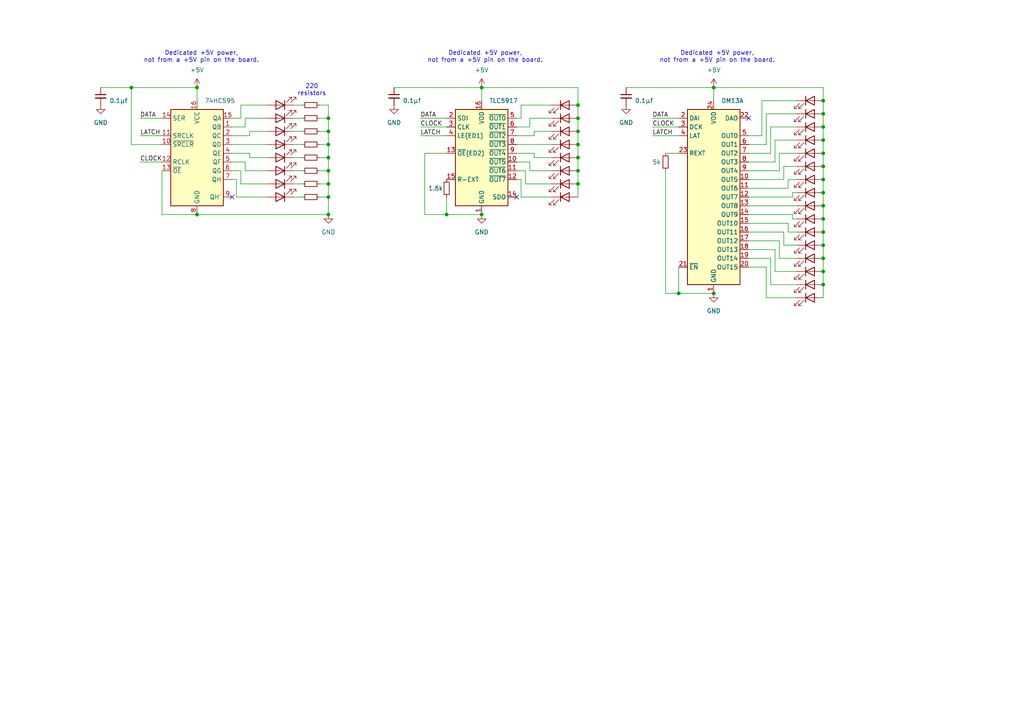
<source format=kicad_sch>
(kicad_sch (version 20231120) (generator "eeschema") (generator_version "8.0")
  (paper "A4")
  (lib_symbols
    (symbol "74xx:74HC595"
      (property "Reference" "U" (at -7.62 13.97 0))
      (property "Value" "74HC595" (at -7.62 -16.51 0))
      (symbol "74HC595_1_0"
        (pin tri_state line (at 10.16 7.62 180) (length 2.54) (name "QB") (number "1"))
        (pin input line (at -10.16 2.54 0) (length 2.54) (name "~{SRCLR}") (number "10"))
        (pin input line (at -10.16 5.08 0) (length 2.54) (name "SRCLK") (number "11"))
        (pin input line (at -10.16 -2.54 0) (length 2.54) (name "RCLK") (number "12"))
        (pin input line (at -10.16 -5.08 0) (length 2.54) (name "~{OE}") (number "13"))
        (pin input line (at -10.16 10.16 0) (length 2.54) (name "SER") (number "14"))
        (pin tri_state line (at 10.16 10.16 180) (length 2.54) (name "QA") (number "15"))
        (pin power_in line (at 0 15.24 270) (length 2.54) (name "VCC") (number "16"))
        (pin tri_state line (at 10.16 5.08 180) (length 2.54) (name "QC") (number "2"))
        (pin tri_state line (at 10.16 2.54 180) (length 2.54) (name "QD") (number "3"))
        (pin tri_state line (at 10.16 0 180) (length 2.54) (name "QE") (number "4"))
        (pin tri_state line (at 10.16 -2.54 180) (length 2.54) (name "QF") (number "5"))
        (pin tri_state line (at 10.16 -5.08 180) (length 2.54) (name "QG") (number "6"))
        (pin tri_state line (at 10.16 -7.62 180) (length 2.54) (name "QH") (number "7"))
        (pin power_in line (at 0 -17.78 90) (length 2.54) (name "GND") (number "8"))
        (pin output line (at 10.16 -12.7 180) (length 2.54) (name "QH'") (number "9"))
      )
      (symbol "74HC595_1_1"
        (rectangle (start -7.62 12.7) (end 7.62 -15.24) (stroke (width 0.254)) (fill (type background)))
      )
    )
    (symbol "Device:C_Small" (pin_numbers hide) (pin_names (offset 0.254) hide)
      (property "Reference" "C" (at 0.254 1.778 0))
      (property "Value" "C_Small" (at 0.254 -2.032 0))
      (symbol "C_Small_0_1"
        (polyline (pts (xy -1.524 -0.508) (xy 1.524 -0.508)) (stroke (width 0.3302)))
        (polyline (pts (xy -1.524 0.508) (xy 1.524 0.508)) (stroke (width 0.3048)))
      )
      (symbol "C_Small_1_1"
        (pin passive line (at 0 2.54 270) (length 2.032) (name "~") (number "1"))
        (pin passive line (at 0 -2.54 90) (length 2.032) (name "~") (number "2"))
      )
    )
    (symbol "Device:LED" (pin_numbers hide) (pin_names (offset 1.016) hide)
      (property "Reference" "D" (at 0 2.54 0))
      (property "Value" "LED" (at 0 -2.54 0))
      (symbol "LED_0_1"
        (polyline (pts (xy -1.27 -1.27) (xy -1.27 1.27)) (stroke (width 0.254)))
        (polyline (pts (xy -1.27 0) (xy 1.27 0)))
        (polyline (pts (xy 1.27 -1.27) (xy 1.27 1.27) (xy -1.27 0) (xy 1.27 -1.27)) (stroke (width 0.254)))
        (polyline (pts (xy -3.048 -0.762) (xy -4.572 -2.286) (xy -3.81 -2.286) (xy -4.572 -2.286) (xy -4.572 -1.524)))
        (polyline (pts (xy -1.778 -0.762) (xy -3.302 -2.286) (xy -2.54 -2.286) (xy -3.302 -2.286) (xy -3.302 -1.524)))
      )
      (symbol "LED_1_1"
        (pin passive line (at -3.81 0 0) (length 2.54) (name "K") (number "1"))
        (pin passive line (at 3.81 0 180) (length 2.54) (name "A") (number "2"))
      )
    )
    (symbol "Device:R_Small" (pin_numbers hide) (pin_names (offset 0.254) hide)
      (property "Reference" "R" (at 0.762 0.508 0))
      (property "Value" "R_Small" (at 0.762 -1.016 0))
      (symbol "R_Small_0_1"
        (rectangle (start -0.762 1.778) (end 0.762 -1.778) (stroke (width 0.2032)))
      )
      (symbol "R_Small_1_1"
        (pin passive line (at 0 2.54 270) (length 0.762) (name "~") (number "1"))
        (pin passive line (at 0 -2.54 90) (length 0.762) (name "~") (number "2"))
      )
    )
    (symbol "Driver_LED:TLC5917"
      (property "Reference" "U" (at -7.62 13.97 0))
      (property "Value" "TLC5917" (at -7.62 -16.51 0))
      (symbol "TLC5917_1_0"
        (pin power_in line (at 0 -17.78 90) (length 2.54) (name "GND") (number "1"))
        (pin open_collector line (at 10.16 -2.54 180) (length 2.54) (name "~{OUT5}") (number "10"))
        (pin open_collector line (at 10.16 -5.08 180) (length 2.54) (name "~{OUT6}") (number "11"))
        (pin open_collector line (at 10.16 -7.62 180) (length 2.54) (name "~{OUT7}") (number "12"))
        (pin passive line (at -10.16 0 0) (length 2.54) (name "~{OE}(ED2)") (number "13"))
        (pin output line (at 10.16 -12.7 180) (length 2.54) (name "SDO") (number "14"))
        (pin input line (at -10.16 -7.62 0) (length 2.54) (name "R-EXT") (number "15"))
        (pin power_in line (at 0 15.24 270) (length 2.54) (name "VDD") (number "16"))
        (pin input line (at -10.16 10.16 0) (length 2.54) (name "SDI") (number "2"))
        (pin input line (at -10.16 7.62 0) (length 2.54) (name "CLK") (number "3"))
        (pin passive line (at -10.16 5.08 0) (length 2.54) (name "LE(ED1)") (number "4"))
        (pin open_collector line (at 10.16 10.16 180) (length 2.54) (name "~{OUT0}") (number "5"))
        (pin open_collector line (at 10.16 7.62 180) (length 2.54) (name "~{OUT1}") (number "6"))
        (pin open_collector line (at 10.16 5.08 180) (length 2.54) (name "~{OUT2}") (number "7"))
        (pin open_collector line (at 10.16 2.54 180) (length 2.54) (name "~{OUT3}") (number "8"))
        (pin open_collector line (at 10.16 0 180) (length 2.54) (name "~{OUT4}") (number "9"))
      )
      (symbol "TLC5917_1_1"
        (rectangle (start -7.62 12.7) (end 7.62 -15.24) (stroke (width 0.254)) (fill (type background)))
      )
    )
    (symbol "Driver_LED:TLC5949PWP"
      (property "Value" "DM13A" (at 2.1941 27.94 0))
      (symbol "TLC5949PWP_0_1"
        (rectangle (start -7.62 25.4) (end 7.62 -25.4) (stroke (width 0.254)) (fill (type background)))
      )
      (symbol "TLC5949PWP_1_1"
        (pin power_in line (at 0 -27.94 90) (length 2.54) (name "GND") (number "1"))
        (pin open_collector line (at 10.16 5.08 180) (length 2.54) (name "OUT5") (number "10"))
        (pin open_collector line (at 10.16 2.54 180) (length 2.54) (name "OUT6") (number "11"))
        (pin open_collector line (at 10.16 0 180) (length 2.54) (name "OUT7") (number "12"))
        (pin open_collector line (at 10.16 -2.54 180) (length 2.54) (name "OUT8") (number "13"))
        (pin open_collector line (at 10.16 -5.08 180) (length 2.54) (name "OUT9") (number "14"))
        (pin open_collector line (at 10.16 -7.62 180) (length 2.54) (name "OUT10") (number "15"))
        (pin open_collector line (at 10.16 -10.16 180) (length 2.54) (name "OUT11") (number "16"))
        (pin open_collector line (at 10.16 -12.7 180) (length 2.54) (name "OUT12") (number "17"))
        (pin open_collector line (at 10.16 -15.24 180) (length 2.54) (name "OUT13") (number "18"))
        (pin open_collector line (at 10.16 -17.78 180) (length 2.54) (name "OUT14") (number "19"))
        (pin input line (at -10.16 22.86 0) (length 2.54) (name "DAI") (number "2"))
        (pin open_collector line (at 10.16 -20.32 180) (length 2.54) (name "OUT15") (number "20"))
        (pin input line (at -10.16 -20.32 0) (length 2.54) (name "~{EN}") (number "21"))
        (pin output line (at 10.16 22.86 180) (length 2.54) (name "DAO") (number "22"))
        (pin input line (at -10.16 12.7 0) (length 2.54) (name "REXT") (number "23"))
        (pin power_in line (at 0 27.94 270) (length 2.54) (name "VDD") (number "24"))
        (pin input line (at -10.16 20.32 0) (length 2.54) (name "DCK") (number "3"))
        (pin input line (at -10.16 17.78 0) (length 2.54) (name "LAT") (number "4"))
        (pin open_collector line (at 10.16 17.78 180) (length 2.54) (name "OUT0") (number "5"))
        (pin open_collector line (at 10.16 15.24 180) (length 2.54) (name "OUT1") (number "6"))
        (pin open_collector line (at 10.16 12.7 180) (length 2.54) (name "OUT2") (number "7"))
        (pin open_collector line (at 10.16 10.16 180) (length 2.54) (name "OUT3") (number "8"))
        (pin open_collector line (at 10.16 7.62 180) (length 2.54) (name "OUT4") (number "9"))
      )
    )
    (symbol "power:+5V" (power) (pin_numbers hide) (pin_names (offset 0) hide)
      (property "Value" "+5V" (at 0 3.556 0))
      (symbol "+5V_0_1"
        (polyline (pts (xy -0.762 1.27) (xy 0 2.54)))
        (polyline (pts (xy 0 0) (xy 0 2.54)))
        (polyline (pts (xy 0 2.54) (xy 0.762 1.27)))
      )
      (symbol "+5V_1_1"
        (pin power_in line (at 0 0 90) (length 0) (name "~") (number "1"))
      )
    )
    (symbol "power:GND" (power) (pin_numbers hide) (pin_names (offset 0) hide)
      (property "Value" "GND" (at 0 -3.81 0))
      (symbol "GND_0_1"
        (polyline (pts (xy 0 0) (xy 0 -1.27) (xy 1.27 -1.27) (xy 0 -2.54) (xy -1.27 -1.27) (xy 0 -1.27)))
      )
      (symbol "GND_1_1"
        (pin power_in line (at 0 0 270) (length 0) (name "~") (number "1"))
      )
    )
  )
  (junction (at 167.64 49.53))
  (junction (at 167.64 34.29))
  (junction (at 167.64 41.91))
  (junction (at 95.25 45.72))
  (junction (at 38.1 25.4))
  (junction (at 57.15 25.4))
  (junction (at 238.76 40.64))
  (junction (at 207.01 85.09))
  (junction (at 129.54 62.23))
  (junction (at 238.76 63.5))
  (junction (at 238.76 29.21))
  (junction (at 238.76 48.26))
  (junction (at 238.76 71.12))
  (junction (at 207.01 25.4))
  (junction (at 95.25 41.91))
  (junction (at 238.76 33.02))
  (junction (at 95.25 49.53))
  (junction (at 167.64 45.72))
  (junction (at 167.64 30.48))
  (junction (at 95.25 34.29))
  (junction (at 238.76 55.88))
  (junction (at 95.25 38.1))
  (junction (at 238.76 67.31))
  (junction (at 238.76 74.93))
  (junction (at 238.76 52.07))
  (junction (at 139.7 62.23))
  (junction (at 139.7 25.4))
  (junction (at 95.25 53.34))
  (junction (at 167.64 53.34))
  (junction (at 196.85 85.09))
  (junction (at 95.25 57.15))
  (junction (at 238.76 82.55))
  (junction (at 57.15 62.23))
  (junction (at 238.76 36.83))
  (junction (at 238.76 59.69))
  (junction (at 95.25 62.23))
  (junction (at 238.76 44.45))
  (junction (at 167.64 38.1))
  (junction (at 238.76 78.74))
  (no_connect (at 67.31 57.15))
  (no_connect (at 149.86 57.15))
  (no_connect (at 217.17 34.29))
  (wire (pts (xy 72.39 38.1) (xy 77.47 38.1)))
  (wire (pts (xy 238.76 71.12) (xy 238.76 74.93)))
  (wire (pts (xy 226.06 49.53) (xy 226.06 44.45)))
  (wire (pts (xy 151.13 57.15) (xy 160.02 57.15)))
  (wire (pts (xy 238.76 59.69) (xy 238.76 63.5)))
  (wire (pts (xy 151.13 34.29) (xy 151.13 30.48)))
  (wire (pts (xy 92.71 49.53) (xy 95.25 49.53)))
  (wire (pts (xy 69.85 30.48) (xy 77.47 30.48)))
  (wire (pts (xy 67.31 44.45) (xy 72.39 44.45)))
  (wire (pts (xy 238.76 82.55) (xy 238.76 86.36)))
  (wire (pts (xy 68.58 57.15) (xy 77.47 57.15)))
  (wire (pts (xy 238.76 52.07) (xy 238.76 55.88)))
  (wire (pts (xy 46.99 62.23) (xy 57.15 62.23)))
  (wire (pts (xy 95.25 34.29) (xy 95.25 38.1)))
  (wire (pts (xy 85.09 57.15) (xy 87.63 57.15)))
  (wire (pts (xy 40.64 39.37) (xy 46.99 39.37)))
  (wire (pts (xy 67.31 52.07) (xy 68.58 52.07)))
  (wire (pts (xy 149.86 34.29) (xy 151.13 34.29)))
  (wire (pts (xy 222.25 33.02) (xy 231.14 33.02)))
  (wire (pts (xy 167.64 45.72) (xy 167.64 49.53)))
  (wire (pts (xy 95.25 41.91) (xy 95.25 45.72)))
  (wire (pts (xy 238.76 36.83) (xy 238.76 40.64)))
  (wire (pts (xy 229.87 57.15) (xy 229.87 55.88)))
  (wire (pts (xy 67.31 39.37) (xy 72.39 39.37)))
  (wire (pts (xy 121.92 36.83) (xy 129.54 36.83)))
  (wire (pts (xy 67.31 36.83) (xy 71.12 36.83)))
  (wire (pts (xy 207.01 25.4) (xy 207.01 29.21)))
  (wire (pts (xy 85.09 53.34) (xy 87.63 53.34)))
  (wire (pts (xy 189.23 39.37) (xy 196.85 39.37)))
  (wire (pts (xy 217.17 72.39) (xy 224.79 72.39)))
  (wire (pts (xy 167.64 38.1) (xy 167.64 41.91)))
  (wire (pts (xy 151.13 30.48) (xy 160.02 30.48)))
  (wire (pts (xy 167.64 34.29) (xy 167.64 38.1)))
  (wire (pts (xy 231.14 40.64) (xy 224.79 40.64)))
  (wire (pts (xy 167.64 49.53) (xy 167.64 53.34)))
  (wire (pts (xy 217.17 64.77) (xy 228.6 64.77)))
  (wire (pts (xy 167.64 25.4) (xy 139.7 25.4)))
  (wire (pts (xy 217.17 69.85) (xy 226.06 69.85)))
  (wire (pts (xy 238.76 59.69) (xy 238.76 55.88)))
  (wire (pts (xy 121.92 34.29) (xy 129.54 34.29)))
  (wire (pts (xy 229.87 62.23) (xy 229.87 63.5)))
  (wire (pts (xy 193.04 49.53) (xy 193.04 85.09)))
  (wire (pts (xy 57.15 62.23) (xy 95.25 62.23)))
  (wire (pts (xy 223.52 74.93) (xy 223.52 82.55)))
  (wire (pts (xy 238.76 67.31) (xy 238.76 71.12)))
  (wire (pts (xy 71.12 46.99) (xy 71.12 49.53)))
  (wire (pts (xy 92.71 34.29) (xy 95.25 34.29)))
  (wire (pts (xy 85.09 30.48) (xy 87.63 30.48)))
  (wire (pts (xy 217.17 41.91) (xy 222.25 41.91)))
  (wire (pts (xy 224.79 72.39) (xy 224.79 78.74)))
  (wire (pts (xy 167.64 53.34) (xy 167.64 57.15)))
  (wire (pts (xy 69.85 53.34) (xy 77.47 53.34)))
  (wire (pts (xy 154.94 45.72) (xy 160.02 45.72)))
  (wire (pts (xy 231.14 29.21) (xy 220.98 29.21)))
  (wire (pts (xy 228.6 52.07) (xy 228.6 54.61)))
  (wire (pts (xy 223.52 36.83) (xy 231.14 36.83)))
  (wire (pts (xy 129.54 57.15) (xy 129.54 62.23)))
  (wire (pts (xy 217.17 54.61) (xy 228.6 54.61)))
  (wire (pts (xy 193.04 44.45) (xy 196.85 44.45)))
  (wire (pts (xy 227.33 71.12) (xy 231.14 71.12)))
  (wire (pts (xy 114.3 25.4) (xy 139.7 25.4)))
  (wire (pts (xy 238.76 74.93) (xy 238.76 78.74)))
  (wire (pts (xy 224.79 46.99) (xy 217.17 46.99)))
  (wire (pts (xy 57.15 25.4) (xy 57.15 29.21)))
  (wire (pts (xy 129.54 62.23) (xy 139.7 62.23)))
  (wire (pts (xy 149.86 46.99) (xy 153.67 46.99)))
  (wire (pts (xy 167.64 30.48) (xy 167.64 25.4)))
  (wire (pts (xy 217.17 62.23) (xy 229.87 62.23)))
  (wire (pts (xy 40.64 34.29) (xy 46.99 34.29)))
  (wire (pts (xy 228.6 52.07) (xy 231.14 52.07)))
  (wire (pts (xy 153.67 34.29) (xy 160.02 34.29)))
  (wire (pts (xy 224.79 40.64) (xy 224.79 46.99)))
  (wire (pts (xy 151.13 52.07) (xy 151.13 57.15)))
  (wire (pts (xy 181.61 25.4) (xy 207.01 25.4)))
  (wire (pts (xy 40.64 46.99) (xy 46.99 46.99)))
  (wire (pts (xy 139.7 25.4) (xy 139.7 29.21)))
  (wire (pts (xy 207.01 25.4) (xy 238.76 25.4)))
  (wire (pts (xy 71.12 36.83) (xy 71.12 34.29)))
  (wire (pts (xy 152.4 53.34) (xy 160.02 53.34)))
  (wire (pts (xy 238.76 48.26) (xy 238.76 52.07)))
  (wire (pts (xy 223.52 82.55) (xy 231.14 82.55)))
  (wire (pts (xy 229.87 63.5) (xy 231.14 63.5)))
  (wire (pts (xy 92.71 57.15) (xy 95.25 57.15)))
  (wire (pts (xy 196.85 85.09) (xy 207.01 85.09)))
  (wire (pts (xy 95.25 45.72) (xy 95.25 49.53)))
  (wire (pts (xy 217.17 49.53) (xy 226.06 49.53)))
  (wire (pts (xy 129.54 44.45) (xy 123.19 44.45)))
  (wire (pts (xy 224.79 78.74) (xy 231.14 78.74)))
  (wire (pts (xy 149.86 39.37) (xy 154.94 39.37)))
  (wire (pts (xy 149.86 52.07) (xy 151.13 52.07)))
  (wire (pts (xy 217.17 74.93) (xy 223.52 74.93)))
  (wire (pts (xy 67.31 41.91) (xy 77.47 41.91)))
  (wire (pts (xy 153.67 46.99) (xy 153.67 49.53)))
  (wire (pts (xy 222.25 86.36) (xy 231.14 86.36)))
  (wire (pts (xy 217.17 59.69) (xy 231.14 59.69)))
  (wire (pts (xy 153.67 49.53) (xy 160.02 49.53)))
  (wire (pts (xy 85.09 49.53) (xy 87.63 49.53)))
  (wire (pts (xy 29.21 25.4) (xy 38.1 25.4)))
  (wire (pts (xy 46.99 49.53) (xy 46.99 62.23)))
  (wire (pts (xy 222.25 41.91) (xy 222.25 33.02)))
  (wire (pts (xy 69.85 49.53) (xy 69.85 53.34)))
  (wire (pts (xy 222.25 77.47) (xy 222.25 86.36)))
  (wire (pts (xy 85.09 41.91) (xy 87.63 41.91)))
  (wire (pts (xy 149.86 49.53) (xy 152.4 49.53)))
  (wire (pts (xy 226.06 69.85) (xy 226.06 74.93)))
  (wire (pts (xy 149.86 44.45) (xy 154.94 44.45)))
  (wire (pts (xy 95.25 30.48) (xy 95.25 34.29)))
  (wire (pts (xy 67.31 49.53) (xy 69.85 49.53)))
  (wire (pts (xy 92.71 41.91) (xy 95.25 41.91)))
  (wire (pts (xy 154.94 38.1) (xy 160.02 38.1)))
  (wire (pts (xy 95.25 53.34) (xy 95.25 57.15)))
  (wire (pts (xy 229.87 55.88) (xy 231.14 55.88)))
  (wire (pts (xy 238.76 44.45) (xy 238.76 48.26)))
  (wire (pts (xy 153.67 36.83) (xy 153.67 34.29)))
  (wire (pts (xy 223.52 44.45) (xy 223.52 36.83)))
  (wire (pts (xy 71.12 49.53) (xy 77.47 49.53)))
  (wire (pts (xy 92.71 45.72) (xy 95.25 45.72)))
  (wire (pts (xy 38.1 41.91) (xy 38.1 25.4)))
  (wire (pts (xy 67.31 46.99) (xy 71.12 46.99)))
  (wire (pts (xy 189.23 34.29) (xy 196.85 34.29)))
  (wire (pts (xy 220.98 39.37) (xy 217.17 39.37)))
  (wire (pts (xy 226.06 74.93) (xy 231.14 74.93)))
  (wire (pts (xy 238.76 40.64) (xy 238.76 44.45)))
  (wire (pts (xy 220.98 29.21) (xy 220.98 39.37)))
  (wire (pts (xy 85.09 38.1) (xy 87.63 38.1)))
  (wire (pts (xy 167.64 30.48) (xy 167.64 34.29)))
  (wire (pts (xy 95.25 57.15) (xy 95.25 62.23)))
  (wire (pts (xy 227.33 67.31) (xy 227.33 71.12)))
  (wire (pts (xy 38.1 41.91) (xy 46.99 41.91)))
  (wire (pts (xy 167.64 41.91) (xy 167.64 45.72)))
  (wire (pts (xy 196.85 77.47) (xy 196.85 85.09)))
  (wire (pts (xy 71.12 34.29) (xy 77.47 34.29)))
  (wire (pts (xy 238.76 25.4) (xy 238.76 29.21)))
  (wire (pts (xy 149.86 36.83) (xy 153.67 36.83)))
  (wire (pts (xy 95.25 49.53) (xy 95.25 53.34)))
  (wire (pts (xy 154.94 39.37) (xy 154.94 38.1)))
  (wire (pts (xy 217.17 44.45) (xy 223.52 44.45)))
  (wire (pts (xy 238.76 78.74) (xy 238.76 82.55)))
  (wire (pts (xy 217.17 57.15) (xy 229.87 57.15)))
  (wire (pts (xy 69.85 34.29) (xy 69.85 30.48)))
  (wire (pts (xy 123.19 44.45) (xy 123.19 62.23)))
  (wire (pts (xy 227.33 48.26) (xy 231.14 48.26)))
  (wire (pts (xy 92.71 38.1) (xy 95.25 38.1)))
  (wire (pts (xy 193.04 85.09) (xy 196.85 85.09)))
  (wire (pts (xy 189.23 36.83) (xy 196.85 36.83)))
  (wire (pts (xy 72.39 45.72) (xy 77.47 45.72)))
  (wire (pts (xy 38.1 25.4) (xy 57.15 25.4)))
  (wire (pts (xy 217.17 67.31) (xy 227.33 67.31)))
  (wire (pts (xy 92.71 30.48) (xy 95.25 30.48)))
  (wire (pts (xy 149.86 41.91) (xy 160.02 41.91)))
  (wire (pts (xy 95.25 38.1) (xy 95.25 41.91)))
  (wire (pts (xy 227.33 48.26) (xy 227.33 52.07)))
  (wire (pts (xy 85.09 34.29) (xy 87.63 34.29)))
  (wire (pts (xy 238.76 29.21) (xy 238.76 33.02)))
  (wire (pts (xy 152.4 49.53) (xy 152.4 53.34)))
  (wire (pts (xy 72.39 39.37) (xy 72.39 38.1)))
  (wire (pts (xy 228.6 67.31) (xy 231.14 67.31)))
  (wire (pts (xy 238.76 63.5) (xy 238.76 67.31)))
  (wire (pts (xy 85.09 45.72) (xy 87.63 45.72)))
  (wire (pts (xy 217.17 52.07) (xy 227.33 52.07)))
  (wire (pts (xy 68.58 52.07) (xy 68.58 57.15)))
  (wire (pts (xy 72.39 44.45) (xy 72.39 45.72)))
  (wire (pts (xy 92.71 53.34) (xy 95.25 53.34)))
  (wire (pts (xy 121.92 39.37) (xy 129.54 39.37)))
  (wire (pts (xy 226.06 44.45) (xy 231.14 44.45)))
  (wire (pts (xy 238.76 33.02) (xy 238.76 36.83)))
  (wire (pts (xy 217.17 77.47) (xy 222.25 77.47)))
  (wire (pts (xy 67.31 34.29) (xy 69.85 34.29)))
  (wire (pts (xy 228.6 64.77) (xy 228.6 67.31)))
  (wire (pts (xy 123.19 62.23) (xy 129.54 62.23)))
  (wire (pts (xy 154.94 44.45) (xy 154.94 45.72)))
  (text "220\nresistors" (at 90.424 26.162 0) (effects (font (size 1.27 1.27))))
  (text "Dedicated +5V power,\nnot from a +5V pin on the board." (at 208.026 16.51 0) (effects (font (size 1.27 1.27))))
  (text "Dedicated +5V power,\nnot from a +5V pin on the board." (at 58.42 16.51 0) (effects (font (size 1.27 1.27))))
  (text "Dedicated +5V power,\nnot from a +5V pin on the board." (at 140.716 16.51 0) (effects (font (size 1.27 1.27))))
  (label "CLOCK" (at 189.23 36.83 0))
  (label "DATA" (at 189.23 34.29 0))
  (label "LATCH" (at 40.64 39.37 0))
  (label "CLOCK" (at 40.64 46.99 0))
  (label "DATA" (at 121.92 34.29 0))
  (label "DATA" (at 40.64 34.29 0))
  (label "CLOCK" (at 121.92 36.83 0))
  (label "LATCH" (at 189.23 39.37 0))
  (label "LATCH" (at 121.92 39.37 0))
  (symbol (lib_id "Device:LED") (at 81.28 41.91 180) (unit 1)
    (property "Reference" "D4" (effects (hide yes)))
    (property "Value" "LED" (effects (hide yes)))
    (property "Description" "Light emitting diode" (effects (hide yes)))
  )
  (symbol (lib_id "Device:LED") (at 234.95 33.02 0) (unit 1)
    (property "Reference" "D18" (effects (hide yes)))
    (property "Value" "LED" (effects (hide yes)))
    (property "Description" "Light emitting diode" (effects (hide yes)))
  )
  (symbol (lib_id "Device:LED") (at 234.95 40.64 0) (unit 1)
    (property "Reference" "D20" (effects (hide yes)))
    (property "Value" "LED" (effects (hide yes)))
    (property "Description" "Light emitting diode" (effects (hide yes)))
  )
  (symbol (lib_id "Device:LED") (at 234.95 82.55 0) (unit 1)
    (property "Reference" "D31" (effects (hide yes)))
    (property "Value" "LED" (effects (hide yes)))
    (property "Description" "Light emitting diode" (effects (hide yes)))
  )
  (symbol (lib_id "Device:LED") (at 163.83 49.53 0) (unit 1)
    (property "Reference" "D11" (effects (hide yes)))
    (property "Value" "LED" (effects (hide yes)))
    (property "Description" "Light emitting diode" (effects (hide yes)))
  )
  (symbol (lib_id "Device:LED") (at 163.83 41.91 0) (unit 1)
    (property "Reference" "D13" (effects (hide yes)))
    (property "Value" "LED" (effects (hide yes)))
    (property "Description" "Light emitting diode" (effects (hide yes)))
  )
  (symbol (lib_id "Device:LED") (at 234.95 67.31 0) (unit 1)
    (property "Reference" "D27" (effects (hide yes)))
    (property "Value" "LED" (effects (hide yes)))
    (property "Description" "Light emitting diode" (effects (hide yes)))
  )
  (symbol (lib_id "Device:LED") (at 234.95 29.21 0) (unit 1)
    (property "Reference" "D17" (effects (hide yes)))
    (property "Value" "LED" (effects (hide yes)))
    (property "Description" "Light emitting diode" (effects (hide yes)))
  )
  (symbol (lib_id "Device:LED") (at 81.28 30.48 180) (unit 1)
    (property "Reference" "D1" (effects (hide yes)))
    (property "Value" "LED" (effects (hide yes)))
    (property "Description" "Light emitting diode" (effects (hide yes)))
  )
  (symbol (lib_id "Device:LED") (at 234.95 44.45 0) (unit 1)
    (property "Reference" "D21" (effects (hide yes)))
    (property "Value" "LED" (effects (hide yes)))
    (property "Description" "Light emitting diode" (effects (hide yes)))
  )
  (symbol (lib_id "power:GND") (at 95.25 62.23 0) (unit 1)
    (property "Reference" "#PWR03" (effects (hide yes)))
    (property "Value" "GND" (at 95.25 67.31 0))
    (property "Description" "Power symbol creates a global label with name \"GND\" , ground" (effects (hide yes)))
  )
  (symbol (lib_id "Device:LED") (at 234.95 59.69 0) (unit 1)
    (property "Reference" "D25" (effects (hide yes)))
    (property "Value" "LED" (effects (hide yes)))
    (property "Description" "Light emitting diode" (effects (hide yes)))
  )
  (symbol (lib_id "Device:LED") (at 81.28 49.53 180) (unit 1)
    (property "Reference" "D6" (effects (hide yes)))
    (property "Value" "LED" (effects (hide yes)))
    (property "Description" "Light emitting diode" (effects (hide yes)))
  )
  (symbol (lib_id "Device:LED") (at 81.28 45.72 180) (unit 1)
    (property "Reference" "D5" (effects (hide yes)))
    (property "Value" "LED" (effects (hide yes)))
    (property "Description" "Light emitting diode" (effects (hide yes)))
  )
  (symbol (lib_id "Device:LED") (at 234.95 63.5 0) (unit 1)
    (property "Reference" "D26" (effects (hide yes)))
    (property "Value" "LED" (effects (hide yes)))
    (property "Description" "Light emitting diode" (effects (hide yes)))
  )
  (symbol (lib_id "Device:LED") (at 234.95 48.26 0) (unit 1)
    (property "Reference" "D22" (effects (hide yes)))
    (property "Value" "LED" (effects (hide yes)))
    (property "Description" "Light emitting diode" (effects (hide yes)))
  )
  (symbol (lib_id "Device:LED") (at 163.83 34.29 0) (unit 1)
    (property "Reference" "D15" (effects (hide yes)))
    (property "Value" "LED" (effects (hide yes)))
    (property "Description" "Light emitting diode" (effects (hide yes)))
  )
  (symbol (lib_id "Device:R_Small") (at 129.54 54.61 180) (unit 1)
    (property "Reference" "R9" (effects (hide yes)))
    (property "Value" "1.6k" (at 124.206 54.61 0) (effects (justify right)))
    (property "Description" "Resistor, small symbol" (effects (hide yes)))
  )
  (symbol (lib_id "power:GND") (at 114.3 30.48 0) (unit 1)
    (property "Reference" "#PWR06" (effects (hide yes)))
    (property "Value" "GND" (at 114.3 35.56 0))
    (property "Description" "Power symbol creates a global label with name \"GND\" , ground" (effects (hide yes)))
  )
  (symbol (lib_id "Device:LED") (at 163.83 53.34 0) (unit 1)
    (property "Reference" "D10" (effects (hide yes)))
    (property "Value" "LED" (effects (hide yes)))
    (property "Description" "Light emitting diode" (effects (hide yes)))
  )
  (symbol (lib_id "Device:R_Small") (at 90.17 38.1 90) (unit 1)
    (property "Reference" "R3" (effects (hide yes)))
    (property "Value" "R_Small" (effects (hide yes)))
    (property "Description" "Resistor, small symbol" (effects (hide yes)))
  )
  (symbol (lib_id "power:GND") (at 139.7 62.23 0) (unit 1)
    (property "Reference" "#PWR04" (effects (hide yes)))
    (property "Value" "GND" (at 139.7 67.31 0))
    (property "Description" "Power symbol creates a global label with name \"GND\" , ground" (effects (hide yes)))
  )
  (symbol (lib_id "Device:R_Small") (at 90.17 49.53 90) (unit 1)
    (property "Reference" "R6" (effects (hide yes)))
    (property "Value" "R_Small" (effects (hide yes)))
    (property "Description" "Resistor, small symbol" (effects (hide yes)))
  )
  (symbol (lib_id "Device:LED") (at 81.28 38.1 180) (unit 1)
    (property "Reference" "D3" (effects (hide yes)))
    (property "Value" "LED" (effects (hide yes)))
    (property "Description" "Light emitting diode" (effects (hide yes)))
  )
  (symbol (lib_id "Driver_LED:TLC5917") (at 139.7 44.45 0) (unit 1)
    (property "Reference" "U2" (effects (hide yes)))
    (property "Value" "TLC5917" (at 141.8941 29.21 0) (effects (justify left)))
    (property "Datasheet" "https://www.ti.com/lit/ds/symlink/tlc5917.pdf" (effects (hide yes)))
    (property "Description" "8-Channel Constant-Current LED Sink Driver, Short to VLED detection" (effects (hide yes)))
  )
  (symbol (lib_id "power:GND") (at 181.61 30.48 0) (unit 1)
    (property "Reference" "#PWR08" (effects (hide yes)))
    (property "Value" "GND" (at 181.61 35.56 0))
    (property "Description" "Power symbol creates a global label with name \"GND\" , ground" (effects (hide yes)))
  )
  (symbol (lib_id "Device:LED") (at 81.28 34.29 180) (unit 1)
    (property "Reference" "D2" (effects (hide yes)))
    (property "Value" "LED" (effects (hide yes)))
    (property "Description" "Light emitting diode" (effects (hide yes)))
  )
  (symbol (lib_id "Driver_LED:TLC5949PWP") (at 207.01 57.15 0) (unit 1)
    (property "Reference" "U3" (effects (hide yes)))
    (property "Value" "DM13A" (at 209.2041 29.21 0) (effects (justify left)))
    (property "Footprint" "Package_SO:HTSSOP-24-1EP_4.4x7.8mm_P0.65mm_EP3.4x7.8mm_Mask2.4x2.98mm" (effects (hide yes)))
    (property "Datasheet" "https://www.ti.com/lit/ds/symlink/tlc5949.pdf" (effects (hide yes)))
    (property "Description" "16-channel, 12bit ES-PWM, constant-current sink LED driver, HTSSOP-24" (effects (hide yes)))
  )
  (symbol (lib_id "Device:R_Small") (at 90.17 41.91 90) (unit 1)
    (property "Reference" "R4" (effects (hide yes)))
    (property "Value" "R_Small" (effects (hide yes)))
    (property "Description" "Resistor, small symbol" (effects (hide yes)))
  )
  (symbol (lib_id "Device:R_Small") (at 90.17 45.72 90) (unit 1)
    (property "Reference" "R5" (effects (hide yes)))
    (property "Value" "R_Small" (effects (hide yes)))
    (property "Description" "Resistor, small symbol" (effects (hide yes)))
  )
  (symbol (lib_id "Device:C_Small") (at 29.21 27.94 0) (unit 1)
    (property "Reference" "C1" (effects (hide yes)))
    (property "Value" "0.1µf" (at 31.75 29.2162 0) (effects (justify left)))
    (property "Description" "Unpolarized capacitor, small symbol" (effects (hide yes)))
  )
  (symbol (lib_id "Device:R_Small") (at 90.17 53.34 90) (unit 1)
    (property "Reference" "R7" (effects (hide yes)))
    (property "Value" "R_Small" (effects (hide yes)))
    (property "Description" "Resistor, small symbol" (effects (hide yes)))
  )
  (symbol (lib_id "power:+5V") (at 207.01 25.4 0) (unit 1)
    (property "Reference" "#PWR010" (effects (hide yes)))
    (property "Value" "+5V" (at 207.01 20.32 0))
    (property "Description" "Power symbol creates a global label with name \"+5V\"" (effects (hide yes)))
  )
  (symbol (lib_id "Device:LED") (at 234.95 74.93 0) (unit 1)
    (property "Reference" "D29" (effects (hide yes)))
    (property "Value" "LED" (effects (hide yes)))
    (property "Description" "Light emitting diode" (effects (hide yes)))
  )
  (symbol (lib_id "Device:LED") (at 234.95 55.88 0) (unit 1)
    (property "Reference" "D24" (effects (hide yes)))
    (property "Value" "LED" (effects (hide yes)))
    (property "Description" "Light emitting diode" (effects (hide yes)))
  )
  (symbol (lib_id "power:+5V") (at 139.7 25.4 0) (unit 1)
    (property "Reference" "#PWR05" (effects (hide yes)))
    (property "Value" "+5V" (at 139.7 20.32 0))
    (property "Description" "Power symbol creates a global label with name \"+5V\"" (effects (hide yes)))
  )
  (symbol (lib_id "Device:LED") (at 234.95 78.74 0) (unit 1)
    (property "Reference" "D30" (effects (hide yes)))
    (property "Value" "LED" (effects (hide yes)))
    (property "Description" "Light emitting diode" (effects (hide yes)))
  )
  (symbol (lib_id "power:+5V") (at 57.15 25.4 0) (unit 1)
    (property "Reference" "#PWR02" (effects (hide yes)))
    (property "Value" "+5V" (at 57.15 20.32 0))
    (property "Description" "Power symbol creates a global label with name \"+5V\"" (effects (hide yes)))
  )
  (symbol (lib_id "Device:LED") (at 163.83 45.72 0) (unit 1)
    (property "Reference" "D12" (effects (hide yes)))
    (property "Value" "LED" (effects (hide yes)))
    (property "Description" "Light emitting diode" (effects (hide yes)))
  )
  (symbol (lib_id "Device:LED") (at 234.95 86.36 0) (unit 1)
    (property "Reference" "D32" (effects (hide yes)))
    (property "Value" "LED" (effects (hide yes)))
    (property "Description" "Light emitting diode" (effects (hide yes)))
  )
  (symbol (lib_id "Device:LED") (at 163.83 38.1 0) (unit 1)
    (property "Reference" "D14" (effects (hide yes)))
    (property "Value" "LED" (effects (hide yes)))
    (property "Description" "Light emitting diode" (effects (hide yes)))
  )
  (symbol (lib_id "Device:R_Small") (at 90.17 30.48 90) (unit 1)
    (property "Reference" "R1" (effects (hide yes)))
    (property "Value" "R_Small" (effects (hide yes)))
    (property "Description" "Resistor, small symbol" (effects (hide yes)))
  )
  (symbol (lib_id "74xx:74HC595") (at 57.15 44.45 0) (unit 1)
    (property "Reference" "U1" (effects (hide yes)))
    (property "Value" "74HC595" (at 59.3441 29.21 0) (effects (justify left)))
    (property "Datasheet" "http://www.ti.com/lit/ds/symlink/sn74hc595.pdf" (effects (hide yes)))
    (property "Description" "8-bit serial in/out Shift Register 3-State Outputs" (effects (hide yes)))
  )
  (symbol (lib_id "Device:LED") (at 163.83 30.48 0) (unit 1)
    (property "Reference" "D16" (effects (hide yes)))
    (property "Value" "LED" (effects (hide yes)))
    (property "Description" "Light emitting diode" (effects (hide yes)))
  )
  (symbol (lib_id "Device:R_Small") (at 193.04 46.99 180) (unit 1)
    (property "Reference" "R10" (effects (hide yes)))
    (property "Value" "5k" (at 189.23 46.99 0) (effects (justify right)))
    (property "Description" "Resistor, small symbol" (effects (hide yes)))
  )
  (symbol (lib_id "power:GND") (at 29.21 30.48 0) (unit 1)
    (property "Reference" "#PWR01" (effects (hide yes)))
    (property "Value" "GND" (at 29.21 35.56 0))
    (property "Description" "Power symbol creates a global label with name \"GND\" , ground" (effects (hide yes)))
  )
  (symbol (lib_id "Device:C_Small") (at 181.61 27.94 0) (unit 1)
    (property "Reference" "C4" (effects (hide yes)))
    (property "Value" "0.1µf" (at 184.15 29.2162 0) (effects (justify left)))
    (property "Description" "Unpolarized capacitor, small symbol" (effects (hide yes)))
  )
  (symbol (lib_id "Device:LED") (at 234.95 36.83 0) (unit 1)
    (property "Reference" "D19" (effects (hide yes)))
    (property "Value" "LED" (effects (hide yes)))
    (property "Description" "Light emitting diode" (effects (hide yes)))
  )
  (symbol (lib_id "power:GND") (at 207.01 85.09 0) (unit 1)
    (property "Reference" "#PWR07" (effects (hide yes)))
    (property "Value" "GND" (at 207.01 90.17 0))
    (property "Description" "Power symbol creates a global label with name \"GND\" , ground" (effects (hide yes)))
  )
  (symbol (lib_id "Device:LED") (at 163.83 57.15 0) (unit 1)
    (property "Reference" "D9" (effects (hide yes)))
    (property "Value" "LED" (effects (hide yes)))
    (property "Description" "Light emitting diode" (effects (hide yes)))
  )
  (symbol (lib_id "Device:C_Small") (at 114.3 27.94 0) (unit 1)
    (property "Reference" "C2" (effects (hide yes)))
    (property "Value" "0.1µf" (at 116.84 29.2162 0) (effects (justify left)))
    (property "Description" "Unpolarized capacitor, small symbol" (effects (hide yes)))
  )
  (symbol (lib_id "Device:LED") (at 234.95 52.07 0) (unit 1)
    (property "Reference" "D23" (effects (hide yes)))
    (property "Value" "LED" (effects (hide yes)))
    (property "Description" "Light emitting diode" (effects (hide yes)))
  )
  (symbol (lib_id "Device:LED") (at 81.28 53.34 180) (unit 1)
    (property "Reference" "D7" (effects (hide yes)))
    (property "Value" "LED" (effects (hide yes)))
    (property "Description" "Light emitting diode" (effects (hide yes)))
  )
  (symbol (lib_id "Device:R_Small") (at 90.17 57.15 90) (unit 1)
    (property "Reference" "R8" (effects (hide yes)))
    (property "Value" "R_Small" (effects (hide yes)))
    (property "Description" "Resistor, small symbol" (effects (hide yes)))
  )
  (symbol (lib_id "Device:R_Small") (at 90.17 34.29 90) (unit 1)
    (property "Reference" "R2" (effects (hide yes)))
    (property "Value" "R_Small" (effects (hide yes)))
    (property "Description" "Resistor, small symbol" (effects (hide yes)))
  )
  (symbol (lib_id "Device:LED") (at 234.95 71.12 0) (unit 1)
    (property "Reference" "D28" (effects (hide yes)))
    (property "Value" "LED" (effects (hide yes)))
    (property "Description" "Light emitting diode" (effects (hide yes)))
  )
  (symbol (lib_id "Device:LED") (at 81.28 57.15 180) (unit 1)
    (property "Reference" "D8" (effects (hide yes)))
    (property "Value" "LED" (effects (hide yes)))
    (property "Description" "Light emitting diode" (effects (hide yes)))
  )
)
</source>
